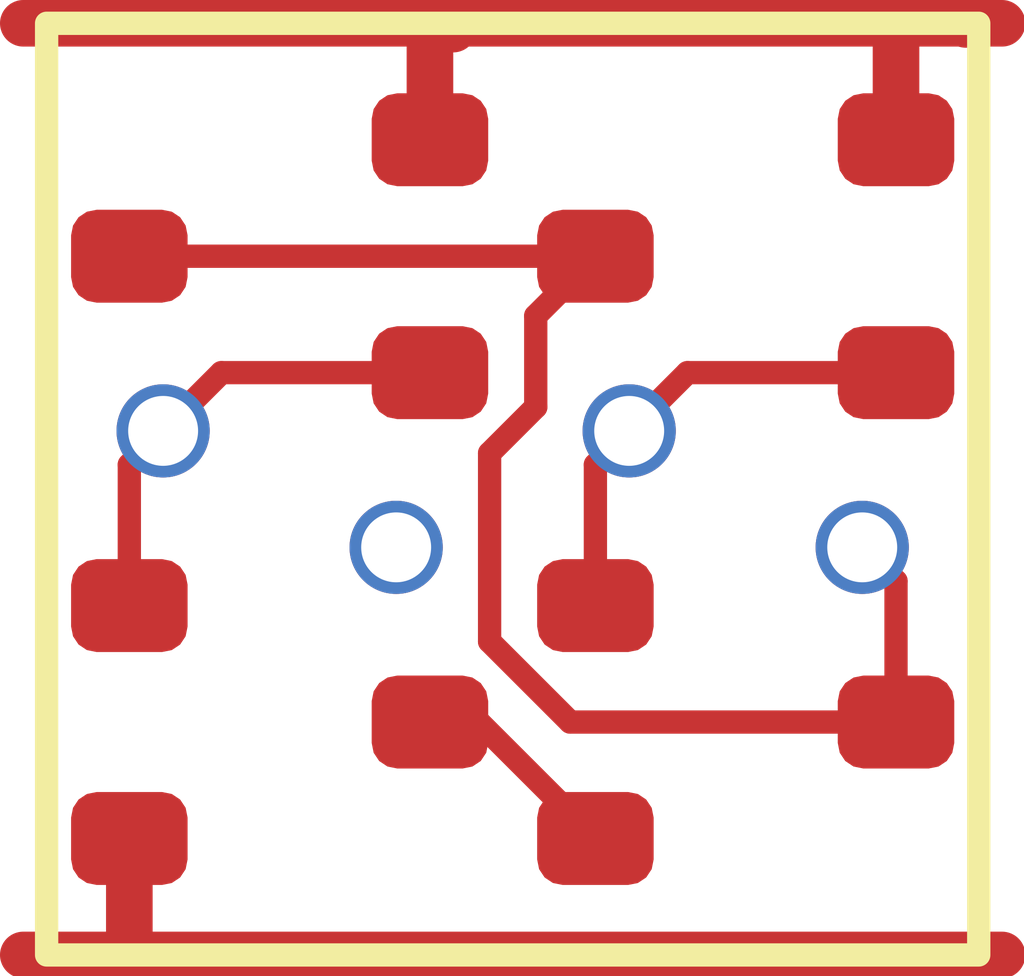
<source format=kicad_pcb>
(kicad_pcb (version 20241229) (generator "pcbnew") (generator_version "9.0")
  (layers (0 "F.Cu" signal) (2 "B.Cu" signal) (13 "F.Paste" user) (15 "B.Paste" user) (5 "F.SilkS" user "F.Silkscreen") (7 "B.SilkS" user "B.Silkscreen") (1 "F.Mask" user) (3 "B.Mask" user) (25 "Edge.Cuts" user))
  (net 0 "")
  (net 1 "Y")
  (net 2 "GND")
  (net 3 "A1")
  (net 4 "VDD")
  (net 5 "int1")
  (net 6 "A2")
  (footprint "RV523:SOT523" (layer "F.Cu") (at 3 3)
    (property "Reference" "N2" (hide yes))
    (property "Value" "" (hide yes))
    (pad "1" smd roundrect (at -0.645 -0.5 180) (size 0.5 0.399) (layers "F.Cu" "F.Mask" "F.Paste") (roundrect_rratio 0.275) (net 6 "A2"))
    (pad "2" smd roundrect (at -0.645 0.5 180) (size 0.5 0.399) (layers "F.Cu" "F.Mask" "F.Paste") (roundrect_rratio 0.275) (net 5 "int1"))
    (pad "3" smd roundrect (at 0.645 0 180) (size 0.5 0.399) (layers "F.Cu" "F.Mask" "F.Paste") (roundrect_rratio 0.275) (net 1 "Y"))
  )
  (footprint "RV523:SOT523" (layer "F.Cu") (at 3 1 180)
    (property "Reference" "P2" (hide yes))
    (property "Value" "" (hide yes))
    (pad "1" smd roundrect (at -0.645 -0.5) (size 0.5 0.399) (layers "F.Cu" "F.Mask" "F.Paste") (roundrect_rratio 0.275) (net 6 "A2"))
    (pad "2" smd roundrect (at -0.645 0.5) (size 0.5 0.399) (layers "F.Cu" "F.Mask" "F.Paste") (roundrect_rratio 0.275) (net 4 "VDD"))
    (pad "3" smd roundrect (at 0.645 0) (size 0.5 0.399) (layers "F.Cu" "F.Mask" "F.Paste") (roundrect_rratio 0.275) (net 1 "Y"))
  )
  (footprint "RV523:SOT523" (layer "F.Cu") (at 1 3)
    (property "Reference" "N1" (hide yes))
    (property "Value" "" (hide yes))
    (pad "1" smd roundrect (at -0.645 -0.5 180) (size 0.5 0.399) (layers "F.Cu" "F.Mask" "F.Paste") (roundrect_rratio 0.275) (net 3 "A1"))
    (pad "2" smd roundrect (at -0.645 0.5 180) (size 0.5 0.399) (layers "F.Cu" "F.Mask" "F.Paste") (roundrect_rratio 0.275) (net 2 "GND"))
    (pad "3" smd roundrect (at 0.645 0 180) (size 0.5 0.399) (layers "F.Cu" "F.Mask" "F.Paste") (roundrect_rratio 0.275) (net 5 "int1"))
  )
  (footprint "RV523:SOT523" (layer "F.Cu") (at 1 1 180)
    (property "Reference" "P1" (hide yes))
    (property "Value" "" (hide yes))
    (pad "1" smd roundrect (at -0.645 -0.5) (size 0.5 0.399) (layers "F.Cu" "F.Mask" "F.Paste") (roundrect_rratio 0.275) (net 3 "A1"))
    (pad "2" smd roundrect (at -0.645 0.5) (size 0.5 0.399) (layers "F.Cu" "F.Mask" "F.Paste") (roundrect_rratio 0.275) (net 4 "VDD"))
    (pad "3" smd roundrect (at 0.645 0) (size 0.5 0.399) (layers "F.Cu" "F.Mask" "F.Paste") (roundrect_rratio 0.275) (net 1 "Y"))
  )
  (gr_rect (start 0 0) (end 4 4) (stroke (width 0.1)) (fill no) (layer "F.SilkS"))
  (via (at 1.5 2.25) (size 0.4) (drill 0.3) (layers "F.Cu" "B.Cu") (net 0))
  (segment (start 0.355 1) (end 2.355 1) (width 0.1) (layer "F.Cu") (net 1))
  (segment (start 2.099 1.256) (end 2.355 1) (width 0.1) (layer "F.Cu") (net 1))
  (segment (start 3.645 3) (end 3.645 2.395) (width 0.1) (layer "F.Cu") (net 1))
  (segment (start 2.246812 3) (end 1.901 2.654188) (width 0.1) (layer "F.Cu") (net 1))
  (segment (start 3.645 2.395) (end 3.5 2.25) (width 0.1) (layer "F.Cu") (net 1))
  (segment (start 3.645 3) (end 2.246812 3) (width 0.1) (layer "F.Cu") (net 1))
  (segment (start 1.901 1.845812) (end 2.099 1.647812) (width 0.1) (layer "F.Cu") (net 1))
  (segment (start 1.901 2.654188) (end 1.901 1.845812) (width 0.1) (layer "F.Cu") (net 1))
  (segment (start 2.099 1.647812) (end 2.099 1.256) (width 0.1) (layer "F.Cu") (net 1))
  (via (at 3.5 2.25) (size 0.4) (drill 0.3) (layers "F.Cu" "B.Cu") (net 1))
  (segment (start 0.355 3.5) (end 0.355 3.945) (width 0.2) (layer "F.Cu") (net 2))
  (segment (start 0.3 4) (end 4.1 4) (width 0.2) (layer "F.Cu") (net 2))
  (segment (start 0.355 3.945) (end 0.3 4) (width 0.2) (layer "F.Cu") (net 2))
  (segment (start 0.3 4) (end -0.1 4) (width 0.2) (layer "F.Cu") (net 2))
  (segment (start 0.75 1.5) (end 0.5 1.75) (width 0.1) (layer "F.Cu") (net 3))
  (segment (start 1.645 1.5) (end 0.75 1.5) (width 0.1) (layer "F.Cu") (net 3))
  (segment (start 0.355 1.895) (end 0.5 1.75) (width 0.1) (layer "F.Cu") (net 3))
  (segment (start 0.355 2.5) (end 0.355 1.895) (width 0.1) (layer "F.Cu") (net 3))
  (via (at 0.5 1.75) (size 0.4) (drill 0.3) (layers "F.Cu" "B.Cu") (net 3))
  (segment (start 3.645 0.045) (end 3.6 0) (width 0.2) (layer "F.Cu") (net 4))
  (segment (start 1.645 0.5) (end 1.645 0.045) (width 0.2) (layer "F.Cu") (net 4))
  (segment (start 1.645 0.045) (end 1.6 0) (width 0.2) (layer "F.Cu") (net 4))
  (segment (start 1.745 0.025) (end 1.74 0.02) (width 0.2) (layer "F.Cu") (net 4))
  (segment (start 3.6 0) (end 1.6 0) (width 0.2) (layer "F.Cu") (net 4))
  (segment (start 3.95 0) (end 3.6 0) (width 0.2) (layer "F.Cu") (net 4))
  (segment (start 3.645 0.5) (end 3.645 0.045) (width 0.2) (layer "F.Cu") (net 4))
  (segment (start 4.1 0) (end 3.95 0) (width 0.2) (layer "F.Cu") (net 4))
  (segment (start 1.6 0) (end -0.1 0) (width 0.2) (layer "F.Cu") (net 4))
  (segment (start 3.945 0.005) (end 3.95 0) (width 0.2) (layer "F.Cu") (net 4))
  (segment (start 1.855 3) (end 2.355 3.5) (width 0.1) (layer "F.Cu") (net 5))
  (segment (start 1.645 3) (end 1.855 3) (width 0.1) (layer "F.Cu") (net 5))
  (segment (start 3.645 1.5) (end 2.75 1.5) (width 0.1) (layer "F.Cu") (net 6))
  (segment (start 2.355 1.895) (end 2.5 1.75) (width 0.1) (layer "F.Cu") (net 6))
  (segment (start 2.355 2.5) (end 2.355 1.895) (width 0.1) (layer "F.Cu") (net 6))
  (segment (start 2.75 1.5) (end 2.5 1.75) (width 0.1) (layer "F.Cu") (net 6))
  (via (at 2.5 1.75) (size 0.4) (drill 0.3) (layers "F.Cu" "B.Cu") (net 6))
)
</source>
